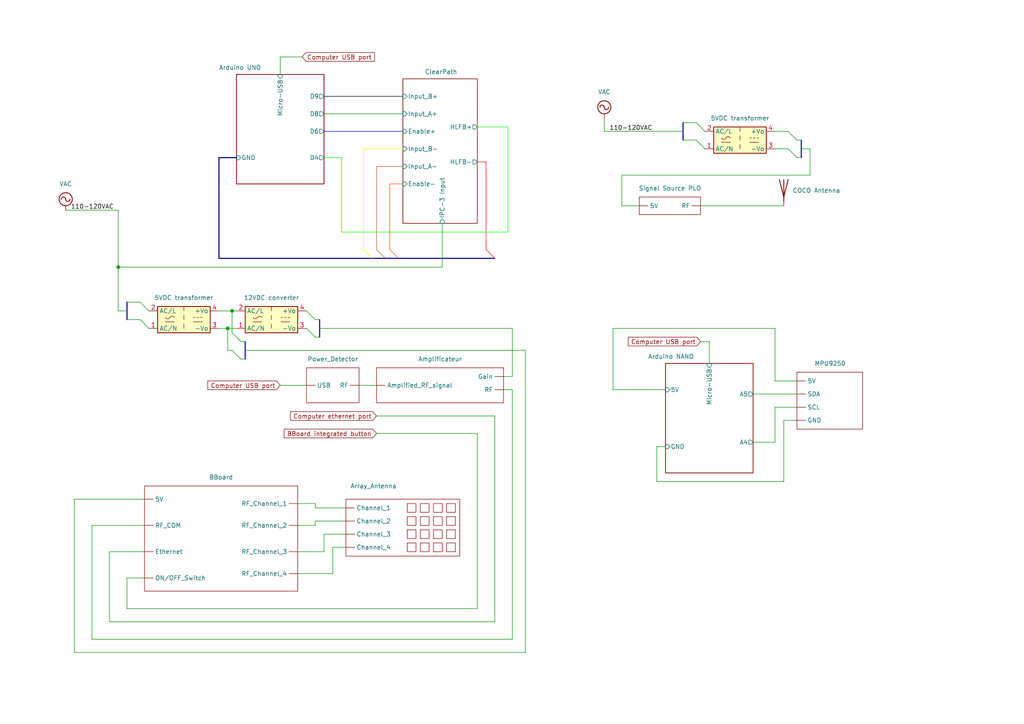
<source format=kicad_sch>
(kicad_sch (version 20211123) (generator eeschema)
  (paper "A4")
  (title_block (title "DataFitting circuit design") (date "2022-12-19") (comment 1 "- ICB-3 included inside ClearPath sheet"))
  (lib_symbols
    (symbol "BBoard_1"
      (property "Value" "BBoard_1" (at 0 1.27 0))
      (symbol "BBoard_1_0_1"
        (rectangle (start -8.89 -1.27) (end 35.56 -31.75))
      )
      (symbol "BBoard_1_1_1"
        (pin input line (at -8.89 -5.08 0) (length 2.54) (name "5V") (number ""))
        (pin bidirectional line (at -8.89 -20.32 0) (length 2.54) (name "Ethernet") (number ""))
        (pin input line (at -8.89 -27.94 0) (length 2.54) (name "ON/OFF_Switch") (number ""))
        (pin input line (at -8.89 -12.7 0) (length 2.54) (name "RF_COM") (number ""))
        (pin output line (at 35.56 -6.35 180) (length 2.54) (name "RF_Channel_1") (number ""))
        (pin output line (at 35.56 -12.7 180) (length 2.54) (name "RF_Channel_2") (number ""))
        (pin output line (at 35.56 -20.32 180) (length 2.54) (name "RF_Channel_3") (number ""))
        (pin output line (at 35.56 -26.67 180) (length 2.54) (name "RF_Channel_4") (number ""))
      )
    )
    (symbol "Converter_ACDC:IRM-02-12"
      (property "Reference" "PS" (at 0 5.08 0))
      (property "Value" "IRM-02-12" (at 0 -5.08 0))
      (symbol "IRM-02-12_0_1"
        (rectangle (start -7.62 3.81) (end 7.62 -3.81) (stroke (width 0.254)) (fill (type background)))
        (arc (start -5.334 0.635) (mid -4.699 0.2495) (end -4.064 0.635))
        (arc (start -2.794 0.635) (mid -3.429 1.0072) (end -4.064 0.635))
        (polyline (pts (xy -5.334 -0.635) (xy -2.794 -0.635)))
        (polyline (pts (xy 2.794 -0.635) (xy 5.334 -0.635)))
        (polyline (pts (xy 2.794 0.635) (xy 3.302 0.635)))
        (polyline (pts (xy 3.81 0.635) (xy 4.318 0.635)))
        (polyline (pts (xy 4.826 0.635) (xy 5.334 0.635)))
      )
      (symbol "IRM-02-12_1_1"
        (polyline (pts (xy 0 -1.27) (xy 0 -2.54)))
        (polyline (pts (xy 0 1.27) (xy 0 0)))
        (polyline (pts (xy 0 3.81) (xy 0 2.54)))
        (pin power_in line (at -10.16 -2.54 0) (length 2.54) (name "AC/N") (number "1"))
        (pin power_in line (at -10.16 2.54 0) (length 2.54) (name "AC/L") (number "2"))
        (pin power_out line (at 10.16 -2.54 180) (length 2.54) (name "-Vo") (number "3"))
        (pin power_out line (at 10.16 2.54 180) (length 2.54) (name "+Vo") (number "4"))
      )
    )
    (symbol "Converter_ACDC:IRM-02-5"
      (property "Reference" "PS" (at 0 5.08 0))
      (property "Value" "IRM-02-5" (at 0 -5.08 0))
      (symbol "IRM-02-5_0_1"
        (rectangle (start -7.62 3.81) (end 7.62 -3.81) (stroke (width 0.254)) (fill (type background)))
        (arc (start -5.334 0.635) (mid -4.699 0.2495) (end -4.064 0.635))
        (arc (start -2.794 0.635) (mid -3.429 1.0072) (end -4.064 0.635))
        (polyline (pts (xy -5.334 -0.635) (xy -2.794 -0.635)))
        (polyline (pts (xy 2.794 -0.635) (xy 5.334 -0.635)))
        (polyline (pts (xy 2.794 0.635) (xy 3.302 0.635)))
        (polyline (pts (xy 3.81 0.635) (xy 4.318 0.635)))
        (polyline (pts (xy 4.826 0.635) (xy 5.334 0.635)))
      )
      (symbol "IRM-02-5_1_1"
        (polyline (pts (xy 0 -1.27) (xy 0 -2.54)))
        (polyline (pts (xy 0 1.27) (xy 0 0)))
        (polyline (pts (xy 0 3.81) (xy 0 2.54)))
        (pin power_in line (at -10.16 -2.54 0) (length 2.54) (name "AC/N") (number "1"))
        (pin power_in line (at -10.16 2.54 0) (length 2.54) (name "AC/L") (number "2"))
        (pin power_out line (at 10.16 -2.54 180) (length 2.54) (name "-Vo") (number "3"))
        (pin power_out line (at 10.16 2.54 180) (length 2.54) (name "+Vo") (number "4"))
      )
    )
    (symbol "Device:Antenna" (pin_numbers hide) (pin_names (offset 1.016) hide)
      (property "Reference" "AE" (at -1.905 1.905 0))
      (property "Value" "Antenna" (at -1.905 0 0))
      (symbol "Antenna_0_1"
        (polyline (pts (xy 0 2.54) (xy 0 -3.81)) (stroke (width 0.254)))
        (polyline (pts (xy 1.27 2.54) (xy 0 -2.54) (xy -1.27 2.54)) (stroke (width 0.254)))
      )
      (symbol "Antenna_1_1"
        (pin input line (at 0 -5.08 90) (length 2.54) (name "A") (number "1"))
      )
    )
    (symbol "power:VAC" (power) (pin_names (offset 0))
      (property "Value" "VAC" (at 0 6.35 0))
      (symbol "VAC_0_1"
        (polyline (pts (xy 0 0) (xy 0 1.27)))
        (arc (start 0 3.175) (mid -0.635 3.81) (end -1.27 3.175) (stroke (width 0.254)))
        (arc (start 0 3.175) (mid 0.635 2.54) (end 1.27 3.175) (stroke (width 0.254)))
        (circle (center 0 3.175) (radius 1.905) (stroke (width 0.254)))
      )
      (symbol "VAC_1_1"
        (pin power_in line (at 0 0 90) (length 0) hide (name "VAC") (number "1"))
      )
    )
    (symbol "symbolLibrary:Amplificateur"
      (property "Reference" "U" (at -1.27 0 0))
      (property "Value" "Amplificateur" (at -1.27 -2.54 0))
      (symbol "Amplificateur_0_1"
        (rectangle (start -20.32 -5.08) (end 16.51 -15.24))
      )
      (symbol "Amplificateur_1_1"
        (pin output line (at -20.32 -10.16 0) (length 2.54) (name "Amplified_RF_signal") (number ""))
        (pin input line (at 16.51 -7.62 180) (length 2.54) (name "Gain") (number ""))
        (pin input line (at 16.51 -11.43 180) (length 2.54) (name "RF") (number ""))
      )
    )
    (symbol "symbolLibrary:Array_Antenna"
      (property "Value" "Array_Antenna" (at 0 -1.27 0))
      (symbol "Array_Antenna_0_1"
        (rectangle (start -7.62 -3.81) (end 25.4 -20.32))
        (rectangle (start 10.16 -16.51) (end 12.7 -19.05))
        (rectangle (start 10.16 -12.7) (end 12.7 -15.24))
        (rectangle (start 10.16 -8.89) (end 12.7 -11.43))
        (rectangle (start 10.16 -5.08) (end 12.7 -7.62))
        (rectangle (start 13.97 -16.51) (end 16.51 -19.05))
        (rectangle (start 13.97 -12.7) (end 16.51 -15.24))
        (rectangle (start 13.97 -8.89) (end 16.51 -11.43))
        (rectangle (start 13.97 -5.08) (end 16.51 -7.62))
        (rectangle (start 17.78 -16.51) (end 20.32 -19.05))
        (rectangle (start 17.78 -12.7) (end 20.32 -15.24))
        (rectangle (start 17.78 -8.89) (end 20.32 -11.43))
        (rectangle (start 17.78 -5.08) (end 20.32 -7.62))
        (rectangle (start 21.59 -16.51) (end 24.13 -19.05))
        (rectangle (start 21.59 -12.7) (end 24.13 -15.24))
        (rectangle (start 21.59 -8.89) (end 24.13 -11.43))
        (rectangle (start 21.59 -5.08) (end 24.13 -7.62))
      )
      (symbol "Array_Antenna_1_1"
        (pin bidirectional line (at -7.62 -6.35 0) (length 2.54) (name "Channel_1") (number ""))
        (pin bidirectional line (at -7.62 -10.16 0) (length 2.54) (name "Channel_2") (number ""))
        (pin bidirectional line (at -7.62 -13.97 0) (length 2.54) (name "Channel_3") (number ""))
        (pin bidirectional line (at -7.62 -17.78 0) (length 2.54) (name "Channel_4") (number ""))
      )
    )
    (symbol "symbolLibrary:MPU9250"
      (property "Reference" "U" (at 5.08 -1.27 0))
      (property "Value" "MPU9250" (at 5.08 1.27 0))
      (symbol "MPU9250_0_1"
        (rectangle (start -3.81 -2.54) (end 15.24 -19.05))
      )
      (symbol "MPU9250_1_1"
        (pin input line (at -3.81 -5.08 0) (length 2.54) (name "5V") (number ""))
        (pin input line (at -3.81 -16.51 0) (length 2.54) (name "GND") (number ""))
        (pin output line (at -3.81 -12.7 0) (length 2.54) (name "SCL") (number ""))
        (pin output line (at -3.81 -8.89 0) (length 2.54) (name "SDA") (number ""))
      )
    )
    (symbol "symbolLibrary:Power_Detector"
      (property "Value" "Power_Detector" (at 1.27 0 0))
      (symbol "Power_Detector_0_1"
        (rectangle (start -6.35 -1.27) (end 8.89 -11.43))
      )
      (symbol "Power_Detector_1_1"
        (pin input line (at 8.89 -6.35 180) (length 2.54) (name "RF") (number ""))
        (pin output line (at -6.35 -6.35 0) (length 2.54) (name "USB") (number ""))
      )
    )
    (symbol "symbolLibrary:Signal Source PLO"
      (property "Value" "Signal Source PLO" (at -3.81 -7.62 0))
      (symbol "Signal Source PLO_0_1"
        (rectangle (start -11.43 -10.16) (end 6.35 -15.24))
      )
      (symbol "Signal Source PLO_1_1"
        (pin input line (at -11.43 -12.7 0) (length 2.54) (name "5V") (number ""))
        (pin output line (at 6.35 -12.7 180) (length 2.54) (name "RF") (number ""))
      )
    )
  )
  (junction (at 66.04 95.25))
  (junction (at 34.29 77.47))
  (junction (at 67.31 90.17))
  (bus_entry (at 201.93 40.64) (size 2.54 2.54))
  (bus_entry (at 88.9 95.25) (size 2.54 2.54))
  (bus_entry (at 88.9 90.17) (size 2.54 2.54))
  (bus_entry (at 43.18 90.17) (size -2.54 -2.54))
  (bus_entry (at 113.03 72.39) (size 2.54 2.54) (stroke (width 0) (color 255 81 0 1)))
  (bus_entry (at 228.6 43.18) (size 2.54 2.54))
  (bus_entry (at 67.31 96.52) (size 2.54 2.54))
  (bus_entry (at 43.18 95.25) (size -2.54 -2.54))
  (bus_entry (at 140.97 72.39) (size 2.54 2.54) (stroke (width 0) (color 255 0 0 1)))
  (bus_entry (at 109.22 72.39) (size 2.54 2.54) (stroke (width 0) (color 181 81 34 1)))
  (bus_entry (at 228.6 38.1) (size 2.54 2.54))
  (bus_entry (at 105.41 72.39) (size 2.54 2.54) (stroke (width 0) (color 255 248 0 1)))
  (bus_entry (at 67.31 101.6) (size 2.54 2.54))
  (bus_entry (at 201.93 35.56) (size 2.54 2.54))
  (wire (pts (xy 96.52 158.75) (xy 100.33 158.75)))
  (wire (pts (xy 116.84 48.26) (xy 109.22 48.26)) (stroke (width 0) (color 181 81 34 1)))
  (bus (pts (xy 232.41 40.64) (xy 232.41 45.72)))
  (wire (pts (xy 218.44 128.27) (xy 224.79 128.27)))
  (wire (pts (xy 198.12 40.64) (xy 201.93 40.64)))
  (wire (pts (xy 91.44 147.32) (xy 100.33 147.32)))
  (wire (pts (xy 105.41 43.18) (xy 105.41 72.39)) (stroke (width 0) (color 255 248 0 1)))
  (wire (pts (xy 224.79 128.27) (xy 224.79 118.11)))
  (wire (pts (xy 69.85 104.14) (xy 71.12 104.14)))
  (wire (pts (xy 224.79 43.18) (xy 228.6 43.18)))
  (wire (pts (xy 71.12 101.6) (xy 152.4 101.6)))
  (wire (pts (xy 86.36 166.37) (xy 96.52 166.37)))
  (wire (pts (xy 138.43 176.53) (xy 138.43 125.73)))
  (wire (pts (xy 177.8 113.03) (xy 193.04 113.03)))
  (wire (pts (xy 34.29 90.17) (xy 36.83 90.17)))
  (wire (pts (xy 143.51 180.34) (xy 143.51 120.65)))
  (wire (pts (xy 227.33 139.7) (xy 227.33 121.92)))
  (wire (pts (xy 69.85 99.06) (xy 71.12 99.06)))
  (wire (pts (xy 232.41 43.18) (xy 234.95 43.18)))
  (wire (pts (xy 146.05 109.22) (xy 148.59 109.22)))
  (wire (pts (xy 234.95 50.8) (xy 234.95 43.18)))
  (wire (pts (xy 116.84 43.18) (xy 105.41 43.18)) (stroke (width 0) (color 255 248 0 1)))
  (wire (pts (xy 93.98 38.1) (xy 116.84 38.1)) (stroke (width 0) (color 0 0 255 1)))
  (wire (pts (xy 19.05 60.96) (xy 34.29 60.96)))
  (bus (pts (xy 111.76 74.93) (xy 115.57 74.93)))
  (wire (pts (xy 113.03 53.34) (xy 113.03 72.39)) (stroke (width 0) (color 255 81 0 1)))
  (wire (pts (xy 86.36 152.4) (xy 91.44 152.4)))
  (wire (pts (xy 86.36 160.02) (xy 93.98 160.02)))
  (wire (pts (xy 36.83 176.53) (xy 138.43 176.53)))
  (wire (pts (xy 177.8 95.25) (xy 224.79 95.25)))
  (wire (pts (xy 190.5 129.54) (xy 190.5 139.7)))
  (wire (pts (xy 234.95 50.8) (xy 180.34 50.8)))
  (wire (pts (xy 21.59 189.23) (xy 152.4 189.23)))
  (wire (pts (xy 26.67 185.42) (xy 148.59 185.42)))
  (bus (pts (xy 68.58 45.72) (xy 63.5 45.72)))
  (wire (pts (xy 109.22 120.65) (xy 143.51 120.65)))
  (bus (pts (xy 115.57 74.93) (xy 143.51 74.93)))
  (wire (pts (xy 40.64 92.71) (xy 36.83 92.71)))
  (wire (pts (xy 86.36 146.05) (xy 91.44 146.05)))
  (wire (pts (xy 67.31 101.6) (xy 66.04 101.6)))
  (wire (pts (xy 31.75 160.02) (xy 31.75 180.34)))
  (wire (pts (xy 67.31 90.17) (xy 68.58 90.17)))
  (wire (pts (xy 140.97 46.99) (xy 140.97 72.39)) (stroke (width 0) (color 255 0 0 1)))
  (wire (pts (xy 34.29 90.17) (xy 34.29 77.47)))
  (wire (pts (xy 91.44 152.4) (xy 91.44 151.13)))
  (wire (pts (xy 99.06 67.31) (xy 99.06 45.72)) (stroke (width 0) (color 0 255 0 1)))
  (wire (pts (xy 116.84 53.34) (xy 113.03 53.34)) (stroke (width 0) (color 255 81 0 1)))
  (wire (pts (xy 41.91 144.78) (xy 21.59 144.78)))
  (wire (pts (xy 91.44 92.71) (xy 92.71 92.71)))
  (wire (pts (xy 138.43 125.73) (xy 109.22 125.73)))
  (wire (pts (xy 190.5 139.7) (xy 227.33 139.7)))
  (wire (pts (xy 203.2 99.06) (xy 205.74 99.06)))
  (wire (pts (xy 93.98 160.02) (xy 93.98 154.94)))
  (wire (pts (xy 66.04 95.25) (xy 66.04 101.6)))
  (wire (pts (xy 36.83 167.64) (xy 36.83 176.53)))
  (wire (pts (xy 205.74 99.06) (xy 205.74 105.41)))
  (wire (pts (xy 138.43 46.99) (xy 140.97 46.99)) (stroke (width 0) (color 255 0 0 1)))
  (wire (pts (xy 99.06 45.72) (xy 93.98 45.72)) (stroke (width 0) (color 0 255 0 1)))
  (wire (pts (xy 198.12 35.56) (xy 201.93 35.56)))
  (wire (pts (xy 146.05 113.03) (xy 148.59 113.03)))
  (wire (pts (xy 26.67 152.4) (xy 26.67 185.42)))
  (wire (pts (xy 224.79 95.25) (xy 224.79 110.49)))
  (bus (pts (xy 92.71 92.71) (xy 92.71 97.79)))
  (wire (pts (xy 180.34 59.69) (xy 185.42 59.69)))
  (wire (pts (xy 93.98 27.94) (xy 116.84 27.94)) (stroke (width 0) (color 0 0 0 1)))
  (wire (pts (xy 147.32 36.83) (xy 147.32 67.31)) (stroke (width 0) (color 0 255 0 1)))
  (wire (pts (xy 63.5 90.17) (xy 67.31 90.17)))
  (wire (pts (xy 91.44 97.79) (xy 92.71 97.79)))
  (wire (pts (xy 41.91 160.02) (xy 31.75 160.02)))
  (bus (pts (xy 71.12 99.06) (xy 71.12 104.14)))
  (bus (pts (xy 63.5 45.72) (xy 63.5 74.93)))
  (wire (pts (xy 93.98 33.02) (xy 116.84 33.02)))
  (wire (pts (xy 128.27 64.77) (xy 128.27 77.47)))
  (wire (pts (xy 93.98 154.94) (xy 100.33 154.94)))
  (bus (pts (xy 198.12 35.56) (xy 198.12 40.64)))
  (wire (pts (xy 66.04 95.25) (xy 68.58 95.25)))
  (wire (pts (xy 109.22 48.26) (xy 109.22 72.39)) (stroke (width 0) (color 181 81 34 1)))
  (wire (pts (xy 148.59 185.42) (xy 148.59 113.03)))
  (wire (pts (xy 224.79 118.11) (xy 231.14 118.11)))
  (wire (pts (xy 81.28 21.59) (xy 81.28 16.51)))
  (wire (pts (xy 231.14 45.72) (xy 232.41 45.72)))
  (wire (pts (xy 180.34 50.8) (xy 180.34 59.69)))
  (wire (pts (xy 175.26 34.29) (xy 175.26 38.1)))
  (wire (pts (xy 152.4 101.6) (xy 152.4 189.23)))
  (wire (pts (xy 41.91 152.4) (xy 26.67 152.4)))
  (wire (pts (xy 128.27 77.47) (xy 34.29 77.47)))
  (wire (pts (xy 175.26 38.1) (xy 198.12 38.1)))
  (wire (pts (xy 224.79 38.1) (xy 228.6 38.1)))
  (wire (pts (xy 138.43 36.83) (xy 147.32 36.83)) (stroke (width 0) (color 0 255 0 1)))
  (wire (pts (xy 148.59 109.22) (xy 148.59 95.25)))
  (wire (pts (xy 218.44 114.3) (xy 231.14 114.3)))
  (wire (pts (xy 31.75 180.34) (xy 143.51 180.34)))
  (wire (pts (xy 21.59 144.78) (xy 21.59 189.23)))
  (wire (pts (xy 63.5 95.25) (xy 66.04 95.25)))
  (wire (pts (xy 67.31 90.17) (xy 67.31 96.52)))
  (wire (pts (xy 224.79 110.49) (xy 231.14 110.49)))
  (wire (pts (xy 81.28 16.51) (xy 87.63 16.51)))
  (wire (pts (xy 227.33 121.92) (xy 231.14 121.92)))
  (wire (pts (xy 104.14 111.76) (xy 109.22 111.76)))
  (wire (pts (xy 193.04 129.54) (xy 190.5 129.54)))
  (bus (pts (xy 107.95 74.93) (xy 111.76 74.93)))
  (wire (pts (xy 34.29 60.96) (xy 34.29 77.47)))
  (wire (pts (xy 147.32 67.31) (xy 99.06 67.31)) (stroke (width 0) (color 0 255 0 1)))
  (wire (pts (xy 91.44 146.05) (xy 91.44 147.32)))
  (wire (pts (xy 231.14 40.64) (xy 232.41 40.64)))
  (wire (pts (xy 40.64 87.63) (xy 36.83 87.63)))
  (wire (pts (xy 92.71 95.25) (xy 148.59 95.25)))
  (wire (pts (xy 96.52 166.37) (xy 96.52 158.75)))
  (bus (pts (xy 63.5 74.93) (xy 107.95 74.93)))
  (wire (pts (xy 91.44 151.13) (xy 100.33 151.13)))
  (wire (pts (xy 81.28 111.76) (xy 88.9 111.76)))
  (wire (pts (xy 203.2 59.69) (xy 227.33 59.69)))
  (wire (pts (xy 177.8 113.03) (xy 177.8 95.25)))
  (wire (pts (xy 41.91 167.64) (xy 36.83 167.64)))
  (bus (pts (xy 36.83 92.71) (xy 36.83 87.63)))
  (label "110-120VAC" (at 33.02 60.96 180))
  (label "110-120VAC" (at 189.23 38.1 180))
  (global_label "Computer USB port" (shape input) (at 203.2 99.06 180) (property "Intersheet References" "${INTERSHEET_REFS}" (effects hide)))
  (global_label "Computer USB port" (shape input) (at 81.28 111.76 180) (property "Intersheet References" "${INTERSHEET_REFS}" (effects hide)))
  (global_label "BBoard integrated button" (shape input) (at 109.22 125.73 180) (property "Intersheet References" "${INTERSHEET_REFS}" (effects hide)))
  (global_label "Computer USB port" (shape input) (at 87.63 16.51 0) (property "Intersheet References" "${INTERSHEET_REFS}" (effects hide)))
  (global_label "Computer ethernet port" (shape input) (at 109.22 120.65 180) (property "Intersheet References" "${INTERSHEET_REFS}" (effects hide)))
  (symbol (lib_id "symbolLibrary:Power_Detector") (at 95.25 105.41 0) (unit 1)
    (property "Reference" "U?" (effects hide))
    (property "Value" "Power_Detector" (at 96.52 104.14 0))
  )
  (symbol (lib_id "Device:Antenna") (at 227.33 54.61 0) (unit 1)
    (property "Reference" "AE?" (effects hide))
    (property "Value" "COCO Antenna" (at 229.87 55.2449 0) (effects (justify left)))
  )
  (symbol (lib_id "Converter_ACDC:IRM-02-5") (at 78.74 92.71 0) (unit 1)
    (property "Reference" "PS?" (effects hide))
    (property "Value" "12VDC converter" (at 78.74 86.36 0))
    (property "Footprint" "Converter_ACDC:Converter_ACDC_MeanWell_IRM-02-xx_THT" (effects hide))
    (property "Datasheet" "https://www.meanwell.com/Upload/PDF/IRM-02/IRM-02-SPEC.PDF" (effects hide))
  )
  (symbol (lib_id "symbolLibrary:Amplificateur") (at 129.54 101.6 0) (unit 1)
    (property "Reference" "U?" (effects hide))
    (property "Value" "Amplificateur" (at 127.635 104.14 0))
  )
  (symbol (lib_name "BBoard_1") (lib_id "symbolLibrary:BBoard") (at 50.8 139.7 0) (unit 1)
    (property "Reference" "U?" (effects hide))
    (property "Value" "BBoard" (at 64.135 138.43 0))
  )
  (symbol (lib_id "symbolLibrary:MPU9250") (at 234.95 105.41 0) (unit 1)
    (property "Reference" "U?" (effects hide))
    (property "Value" "MPU9250" (at 236.22 105.41 0) (effects (justify left)))
  )
  (symbol (lib_id "Converter_ACDC:IRM-02-12") (at 214.63 40.64 0) (unit 1)
    (property "Reference" "PS?" (effects hide))
    (property "Value" "5VDC transformer" (at 214.63 34.29 0))
    (property "Footprint" "Converter_ACDC:Converter_ACDC_MeanWell_IRM-02-xx_THT" (effects hide))
    (property "Datasheet" "https://www.meanwell.com/Upload/PDF/IRM-02/IRM-02-SPEC.PDF" (effects hide))
  )
  (symbol (lib_id "power:VAC") (at 19.05 60.96 0) (unit 1)
    (property "Reference" "#PWR?" (effects hide))
    (property "Value" "VAC" (at 19.05 53.34 0))
  )
  (symbol (lib_id "Converter_ACDC:IRM-02-5") (at 53.34 92.71 0) (unit 1)
    (property "Reference" "PS?" (effects hide))
    (property "Value" "5VDC transformer" (at 53.34 86.36 0))
    (property "Footprint" "Converter_ACDC:Converter_ACDC_MeanWell_IRM-02-xx_THT" (effects hide))
    (property "Datasheet" "https://www.meanwell.com/Upload/PDF/IRM-02/IRM-02-SPEC.PDF" (effects hide))
  )
  (symbol (lib_id "symbolLibrary:Signal Source PLO") (at 196.85 46.99 0) (unit 1)
    (property "Reference" "U?" (effects hide))
    (property "Value" "Signal Source PLO" (at 194.31 54.61 0))
  )
  (symbol (lib_id "symbolLibrary:Array_Antenna") (at 107.95 140.97 0) (unit 1)
    (property "Reference" "U?" (effects hide))
    (property "Value" "Array_Antenna" (at 101.6 140.97 0) (effects (justify left)))
  )
  (symbol (lib_id "power:VAC") (at 175.26 34.29 0) (unit 1)
    (property "Reference" "#PWR?" (effects hide))
    (property "Value" "VAC" (at 175.26 26.67 0))
  )
  (sheet (at 116.84 22.86) (size 21.59 41.91) (stroke (width 0.1524))
    (property "Sheet name" "ClearPath" (at 123.19 21.59 0) (effects (justify left bottom)))
    (property "Sheet file" "../../Downloads/ClearPath.kicad_sch" (effects hide))
    (pin "HLFB+" output (at 138.43 36.83 0))
    (pin "Input_A+" input (at 116.84 33.02 180))
    (pin "Input_B+" input (at 116.84 27.94 180))
    (pin "Input_B-" input (at 116.84 43.18 180))
    (pin "Input_A-" input (at 116.84 48.26 180))
    (pin "Enable-" input (at 116.84 53.34 180))
    (pin "Enable+" input (at 116.84 38.1 180))
    (pin "HLFB-" output (at 138.43 46.99 0))
    (pin "IPC-3 Input" input (at 128.27 64.77 270))
  )
  (sheet (at 193.04 105.41) (size 25.4 31.75) (stroke (width 0.1524))
    (property "Sheet name" "Arduino NANO" (at 187.96 104.14 0) (effects (justify left bottom)))
    (property "Sheet file" "../../Downloads/Arduino NANO.kicad_sch" (effects hide))
    (pin "A5" output (at 218.44 114.3 0))
    (pin "A4" output (at 218.44 128.27 0))
    (pin "GND" input (at 193.04 129.54 180))
    (pin "5V" input (at 193.04 113.03 180))
    (pin "Micro-USB" input (at 205.74 105.41 90))
  )
  (sheet (at 68.58 21.59) (size 25.4 31.75) (stroke (width 0.1524))
    (property "Sheet name" "Arduino UNO" (at 63.5 20.32 0) (effects (justify left bottom)))
    (property "Sheet file" "../../Downloads/Arduino NANO.kicad_sch" (effects hide))
    (pin "D6" output (at 93.98 38.1 0))
    (pin "D9" output (at 93.98 27.94 0))
    (pin "D8" output (at 93.98 33.02 0))
    (pin "D4" output (at 93.98 45.72 0))
    (pin "GND" input (at 68.58 45.72 180))
    (pin "Micro-USB" input (at 81.28 21.59 90))
  )
)
</source>
